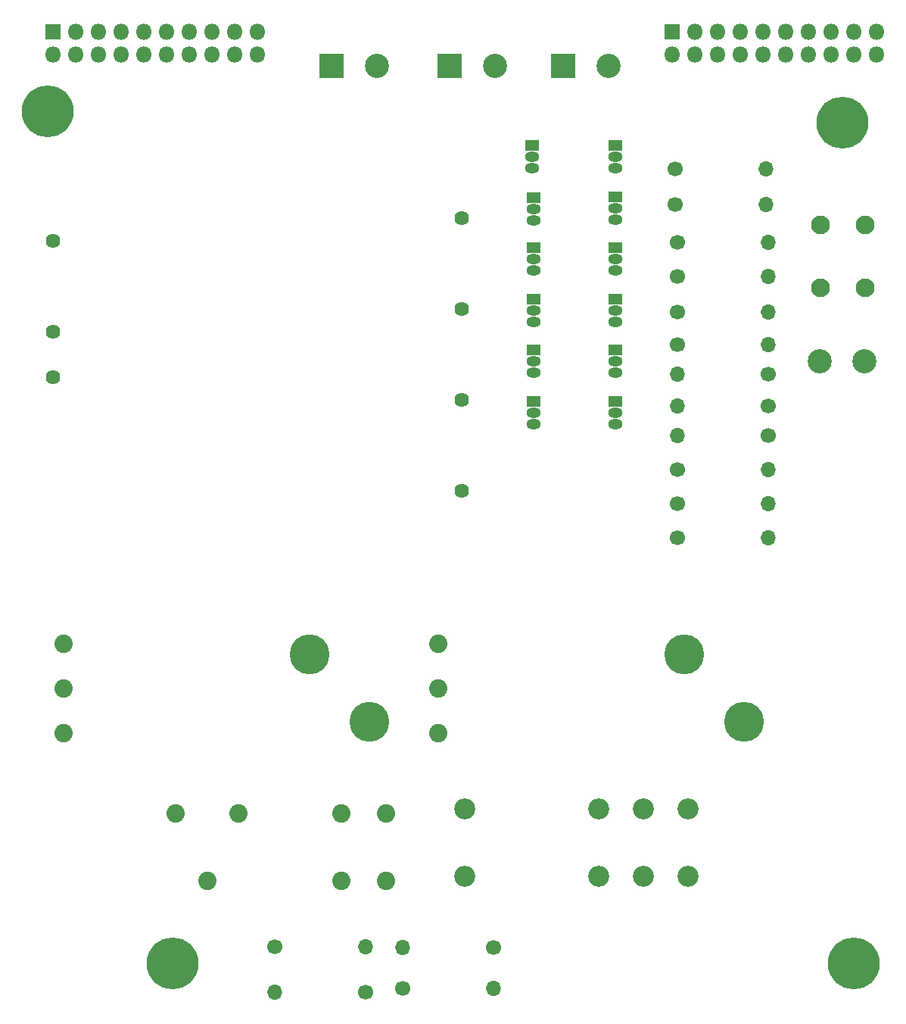
<source format=gbr>
%TF.GenerationSoftware,KiCad,Pcbnew,(5.1.6)-1*%
%TF.CreationDate,2021-11-19T15:30:18+01:00*%
%TF.ProjectId,FoxRobot,466f7852-6f62-46f7-942e-6b696361645f,V01*%
%TF.SameCoordinates,Original*%
%TF.FileFunction,Soldermask,Bot*%
%TF.FilePolarity,Negative*%
%FSLAX46Y46*%
G04 Gerber Fmt 4.6, Leading zero omitted, Abs format (unit mm)*
G04 Created by KiCad (PCBNEW (5.1.6)-1) date 2021-11-19 15:30:18*
%MOMM*%
%LPD*%
G01*
G04 APERTURE LIST*
%ADD10C,1.624000*%
%ADD11O,1.700000X1.700000*%
%ADD12C,1.700000*%
%ADD13R,1.600000X1.150000*%
%ADD14O,1.600000X1.150000*%
%ADD15C,2.050000*%
%ADD16C,4.450000*%
%ADD17O,1.800000X1.800000*%
%ADD18R,1.800000X1.800000*%
%ADD19C,2.700000*%
%ADD20R,2.700000X2.700000*%
%ADD21C,2.350000*%
%ADD22C,3.700000*%
%ADD23C,5.800000*%
%ADD24C,2.100000*%
G04 APERTURE END LIST*
D10*
%TO.C,U1*%
X65405000Y-66548000D03*
X65405000Y-56388000D03*
X65405000Y-46228000D03*
X65405000Y-36068000D03*
X19685000Y-53848000D03*
X19685000Y-48768000D03*
X19685000Y-38608000D03*
%TD*%
D11*
%TO.C,R13*%
X89535000Y-60325000D03*
D12*
X99695000Y-60325000D03*
%TD*%
D11*
%TO.C,R12*%
X89535000Y-57023000D03*
D12*
X99695000Y-57023000D03*
%TD*%
D11*
%TO.C,R11*%
X89535000Y-53467000D03*
D12*
X99695000Y-53467000D03*
%TD*%
D11*
%TO.C,R4*%
X68961000Y-122174000D03*
D12*
X58801000Y-122174000D03*
%TD*%
D11*
%TO.C,R3*%
X44450000Y-122555000D03*
D12*
X54610000Y-122555000D03*
%TD*%
D11*
%TO.C,R2*%
X58801000Y-117602000D03*
D12*
X68961000Y-117602000D03*
%TD*%
D11*
%TO.C,R1*%
X54610000Y-117475000D03*
D12*
X44450000Y-117475000D03*
%TD*%
D13*
%TO.C,Q9*%
X73406000Y-39370000D03*
D14*
X73406000Y-41910000D03*
X73406000Y-40640000D03*
%TD*%
D13*
%TO.C,Q8*%
X73406000Y-33782000D03*
D14*
X73406000Y-36322000D03*
X73406000Y-35052000D03*
%TD*%
D13*
%TO.C,Q7*%
X73279000Y-27940000D03*
D14*
X73279000Y-30480000D03*
X73279000Y-29210000D03*
%TD*%
D15*
%TO.C,K4*%
X62738000Y-88599000D03*
D16*
X96988000Y-92349000D03*
X90238000Y-84849000D03*
D15*
X62738000Y-83599000D03*
X62738000Y-93599000D03*
%TD*%
%TO.C,K3*%
X20828000Y-88599000D03*
D16*
X55078000Y-92349000D03*
X48328000Y-84849000D03*
D15*
X20828000Y-83599000D03*
X20828000Y-93599000D03*
%TD*%
%TO.C,K2*%
X56896000Y-110116000D03*
X51896000Y-110116000D03*
X36896000Y-110116000D03*
X33396000Y-102616000D03*
X40396000Y-102616000D03*
X51896000Y-102616000D03*
X56896000Y-102616000D03*
%TD*%
D17*
%TO.C,J5*%
X42545000Y-17780000D03*
X42545000Y-15240000D03*
X40005000Y-17780000D03*
X40005000Y-15240000D03*
X37465000Y-17780000D03*
X37465000Y-15240000D03*
X34925000Y-17780000D03*
X34925000Y-15240000D03*
X32385000Y-17780000D03*
X32385000Y-15240000D03*
X29845000Y-17780000D03*
X29845000Y-15240000D03*
X27305000Y-17780000D03*
X27305000Y-15240000D03*
X24765000Y-17780000D03*
X24765000Y-15240000D03*
X22225000Y-17780000D03*
X22225000Y-15240000D03*
X19685000Y-17780000D03*
D18*
X19685000Y-15240000D03*
%TD*%
D19*
%TO.C,J4*%
X81788000Y-19050000D03*
D20*
X76708000Y-19050000D03*
%TD*%
D21*
%TO.C,K1*%
X85732000Y-109622000D03*
X80732000Y-109622000D03*
X90732000Y-109622000D03*
X85732000Y-102122000D03*
X80732000Y-102122000D03*
X90732000Y-102122000D03*
X65732000Y-109622000D03*
X65732000Y-102122000D03*
%TD*%
D20*
%TO.C,J1*%
X64008000Y-19050000D03*
D19*
X69088000Y-19050000D03*
%TD*%
D20*
%TO.C,J6*%
X50800000Y-19050000D03*
D19*
X55880000Y-19050000D03*
%TD*%
D18*
%TO.C,J7*%
X88900000Y-15240000D03*
D17*
X88900000Y-17780000D03*
X91440000Y-15240000D03*
X91440000Y-17780000D03*
X93980000Y-15240000D03*
X93980000Y-17780000D03*
X96520000Y-15240000D03*
X96520000Y-17780000D03*
X99060000Y-15240000D03*
X99060000Y-17780000D03*
X101600000Y-15240000D03*
X101600000Y-17780000D03*
X104140000Y-15240000D03*
X104140000Y-17780000D03*
X106680000Y-15240000D03*
X106680000Y-17780000D03*
X109220000Y-15240000D03*
X109220000Y-17780000D03*
X111760000Y-15240000D03*
X111760000Y-17780000D03*
%TD*%
D22*
%TO.C,H1*%
X19050000Y-24130000D03*
D23*
X19050000Y-24130000D03*
%TD*%
%TO.C,H2*%
X107950000Y-25400000D03*
D22*
X107950000Y-25400000D03*
%TD*%
%TO.C,H3*%
X33020000Y-119380000D03*
D23*
X33020000Y-119380000D03*
%TD*%
%TO.C,H4*%
X109220000Y-119380000D03*
D22*
X109220000Y-119380000D03*
%TD*%
D24*
%TO.C,C1*%
X105490000Y-43815000D03*
X110490000Y-43815000D03*
%TD*%
%TO.C,C2*%
X110490000Y-36830000D03*
X105490000Y-36830000D03*
%TD*%
D19*
%TO.C,L1*%
X105410000Y-52070000D03*
X110410000Y-52070000D03*
%TD*%
D14*
%TO.C,Q1*%
X82550000Y-46355000D03*
X82550000Y-47625000D03*
D13*
X82550000Y-45085000D03*
%TD*%
D14*
%TO.C,Q2*%
X82550000Y-52070000D03*
X82550000Y-53340000D03*
D13*
X82550000Y-50800000D03*
%TD*%
D14*
%TO.C,Q3*%
X82550000Y-57785000D03*
X82550000Y-59055000D03*
D13*
X82550000Y-56515000D03*
%TD*%
D14*
%TO.C,Q4*%
X73406000Y-57785000D03*
X73406000Y-59055000D03*
D13*
X73406000Y-56515000D03*
%TD*%
%TO.C,Q5*%
X73406000Y-50800000D03*
D14*
X73406000Y-53340000D03*
X73406000Y-52070000D03*
%TD*%
%TO.C,Q6*%
X73406000Y-46355000D03*
X73406000Y-47625000D03*
D13*
X73406000Y-45085000D03*
%TD*%
%TO.C,Q10*%
X82550000Y-27940000D03*
D14*
X82550000Y-30480000D03*
X82550000Y-29210000D03*
%TD*%
D13*
%TO.C,Q11*%
X82550000Y-33655000D03*
D14*
X82550000Y-36195000D03*
X82550000Y-34925000D03*
%TD*%
D13*
%TO.C,Q12*%
X82550000Y-39370000D03*
D14*
X82550000Y-41910000D03*
X82550000Y-40640000D03*
%TD*%
D11*
%TO.C,R5*%
X99401000Y-30506000D03*
D12*
X89241000Y-30506000D03*
%TD*%
%TO.C,R6*%
X89241000Y-34556000D03*
D11*
X99401000Y-34556000D03*
%TD*%
%TO.C,R7*%
X99695000Y-38735000D03*
D12*
X89535000Y-38735000D03*
%TD*%
%TO.C,R8*%
X89533000Y-42527000D03*
D11*
X99693000Y-42527000D03*
%TD*%
D12*
%TO.C,R9*%
X89533000Y-46577000D03*
D11*
X99693000Y-46577000D03*
%TD*%
%TO.C,R10*%
X99695000Y-50165000D03*
D12*
X89535000Y-50165000D03*
%TD*%
%TO.C,R14*%
X89535000Y-64135000D03*
D11*
X99695000Y-64135000D03*
%TD*%
D12*
%TO.C,R15*%
X89535000Y-67945000D03*
D11*
X99695000Y-67945000D03*
%TD*%
%TO.C,R16*%
X99695000Y-71755000D03*
D12*
X89535000Y-71755000D03*
%TD*%
M02*

</source>
